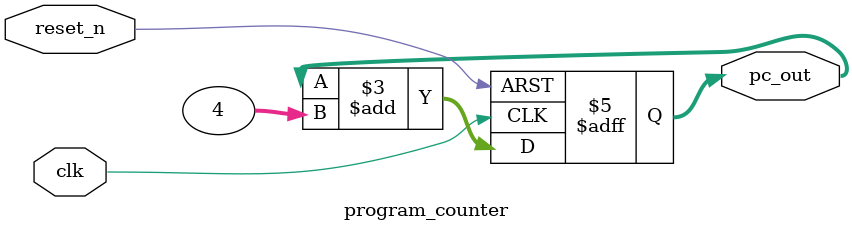
<source format=v>

module program_counter
  (
   input wire        clk,     // Clock signal
   input wire        reset_n, // Reset signal
   output reg [31:0] pc_out   // Output: Current value of the Program Counter (byte address)
   );

   // Initial PC value (start execution from byte address 0)
   // This happens when the simulation starts.
   initial
     begin
        pc_out = 32'b0;
     end

   // Update PC on the positive clock edge or on reset
   always @(posedge clk or negedge reset_n) begin
      if (~reset_n)
        begin
           // On reset, set the PC back to the starting address (0)
           pc_out <= 32'b0;
        end
      else
        begin
           // For sequential instruction execution, increment the PC by 4
           // (since each instruction is 4 bytes = 1 word)
           // For branching/jumping, you would have logic here (e.g., a MUX)
           // to select the next PC based on control signals and branch/jump addresses.
           pc_out <= pc_out + 32'd4;
        end
   end

endmodule

</source>
